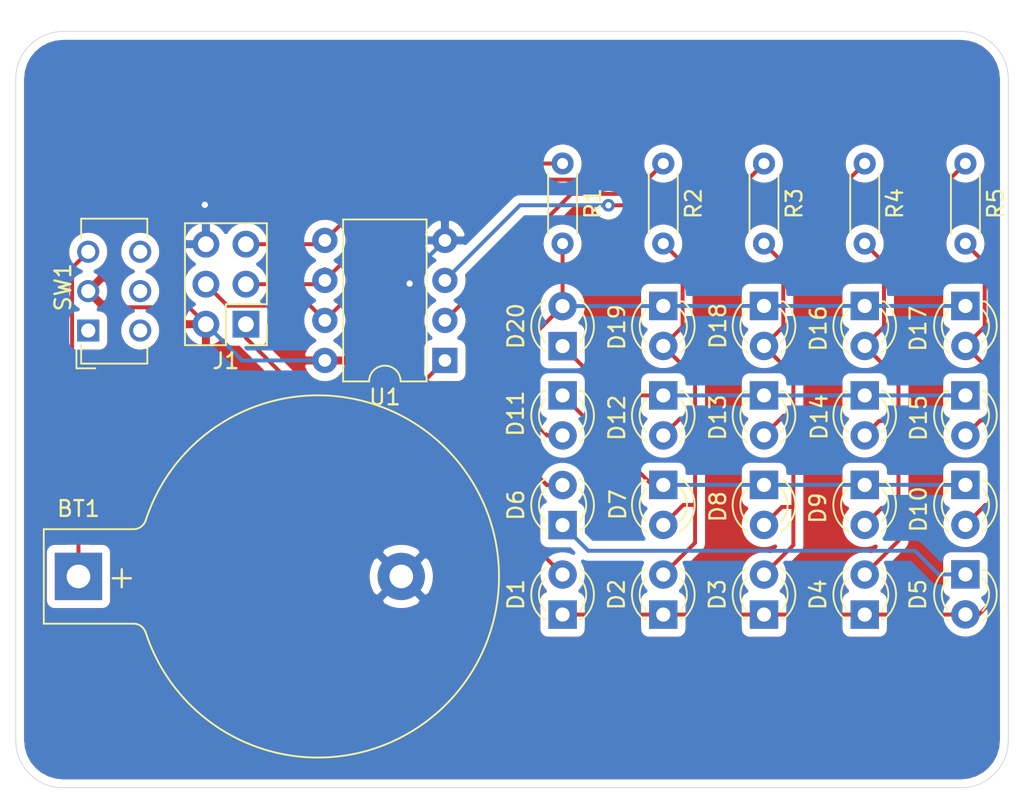
<source format=kicad_pcb>
(kicad_pcb (version 20211014) (generator pcbnew)
  (layers (0 "F.Cu" signal) (31 "B.Cu" signal) (34 "B.Paste" user) (35 "F.Paste" user) (36 "B.SilkS" user "B.Silkscreen") (37 "F.SilkS" user "F.Silkscreen") (38 "B.Mask" user) (39 "F.Mask" user) (44 "Edge.Cuts" user))
  (net 0 "")
  (net 1 "GND")
  (net 2 "Net-(BT1-Pad1)")
  (net 3 "Net-(D1-Pad1)")
  (net 4 "Net-(D1-Pad2)")
  (net 5 "Net-(D12-Pad2)")
  (net 6 "Net-(D13-Pad2)")
  (net 7 "Net-(D14-Pad2)")
  (net 8 "Net-(D5-Pad1)")
  (net 9 "Net-(D10-Pad1)")
  (net 10 "Net-(D12-Pad1)")
  (net 11 "MISO")
  (net 12 "VCC")
  (net 13 "SCK")
  (net 14 "MOSI")
  (net 15 "RST")
  (net 16 "PB3")
  (net 17 "PB4")
  (footprint "LED_THT:LED_D3.0mm" (layer "F.Cu") (at 149.935 115.81 90)
    (fp_text reference "D1" (at 1.27 -2.96 90) (layer "F.SilkS"))
    (fp_text value "LED")
    (fp_line (start -0.29 1.08) (end -0.29 1.236) (layer "F.SilkS") (width 0.12))
    (fp_line (start -0.29 -1.236) (end -0.29 -1.08) (layer "F.SilkS") (width 0.12))
    (fp_arc (start 2.31113 1.079837) (mid 1.270117 1.5) (end 0.229039 1.08) (layer "F.SilkS") (width 0.12))
    (fp_arc (start 2.942335 1.078608) (mid 1.366487 1.987659) (end -0.29 1.235516) (layer "F.SilkS") (width 0.12))
    (fp_arc (start -0.29 -1.235516) (mid 1.366487 -1.987659) (end 2.942335 -1.078608) (layer "F.SilkS") (width 0.12))
    (fp_arc (start 0.229039 -1.08) (mid 1.270117 -1.5) (end 2.31113 -1.079837) (layer "F.SilkS") (width 0.12))
    (pad "1" thru_hole rect (at 0 0 90) (size 1.8 1.8) (drill 0.9) (layers *.Cu *.Mask) (net 3 "Net-(D1-Pad1)"))
    (pad "2" thru_hole circle (at 2.54 0 90) (size 1.8 1.8) (drill 0.9) (layers *.Cu *.Mask) (net 4 "Net-(D1-Pad2)"))
  )
  (footprint "LED_THT:LED_D3.0mm" (layer "F.Cu") (at 156.3275 115.81 90)
    (fp_text reference "D2" (at 1.27 -2.96 90) (layer "F.SilkS"))
    (fp_text value "LED")
    (fp_line (start -0.29 1.08) (end -0.29 1.236) (layer "F.SilkS") (width 0.12))
    (fp_line (start -0.29 -1.236) (end -0.29 -1.08) (layer "F.SilkS") (width 0.12))
    (fp_arc (start 2.942335 1.078608) (mid 1.366487 1.987659) (end -0.29 1.235516) (layer "F.SilkS") (width 0.12))
    (fp_arc (start 0.229039 -1.08) (mid 1.270117 -1.5) (end 2.31113 -1.079837) (layer "F.SilkS") (width 0.12))
    (fp_arc (start -0.29 -1.235516) (mid 1.366487 -1.987659) (end 2.942335 -1.078608) (layer "F.SilkS") (width 0.12))
    (fp_arc (start 2.31113 1.079837) (mid 1.270117 1.5) (end 0.229039 1.08) (layer "F.SilkS") (width 0.12))
    (pad "1" thru_hole rect (at 0 0 90) (size 1.8 1.8) (drill 0.9) (layers *.Cu *.Mask) (net 3 "Net-(D1-Pad1)"))
    (pad "2" thru_hole circle (at 2.54 0 90) (size 1.8 1.8) (drill 0.9) (layers *.Cu *.Mask) (net 5 "Net-(D12-Pad2)"))
  )
  (footprint "LED_THT:LED_D3.0mm" (layer "F.Cu") (at 169.1125 115.81 90)
    (fp_text reference "D4" (at 1.27 -2.96 90) (layer "F.SilkS"))
    (fp_text value "LED")
    (fp_line (start -0.29 1.08) (end -0.29 1.236) (layer "F.SilkS") (width 0.12))
    (fp_line (start -0.29 -1.236) (end -0.29 -1.08) (layer "F.SilkS") (width 0.12))
    (fp_arc (start -0.29 -1.235516) (mid 1.366487 -1.987659) (end 2.942335 -1.078608) (layer "F.SilkS") (width 0.12))
    (fp_arc (start 2.942335 1.078608) (mid 1.366487 1.987659) (end -0.29 1.235516) (layer "F.SilkS") (width 0.12))
    (fp_arc (start 0.229039 -1.08) (mid 1.270117 -1.5) (end 2.31113 -1.079837) (layer "F.SilkS") (width 0.12))
    (fp_arc (start 2.31113 1.079837) (mid 1.270117 1.5) (end 0.229039 1.08) (layer "F.SilkS") (width 0.12))
    (pad "1" thru_hole rect (at 0 0 90) (size 1.8 1.8) (drill 0.9) (layers *.Cu *.Mask) (net 3 "Net-(D1-Pad1)"))
    (pad "2" thru_hole circle (at 2.54 0 90) (size 1.8 1.8) (drill 0.9) (layers *.Cu *.Mask) (net 7 "Net-(D14-Pad2)"))
  )
  (footprint "LED_THT:LED_D3.0mm" (layer "F.Cu") (at 175.505 113.26 -90)
    (fp_text reference "D5" (at 1.28 3.01 90) (layer "F.SilkS"))
    (fp_text value "LED")
    (fp_line (start -0.29 1.08) (end -0.29 1.236) (layer "F.SilkS") (width 0.12))
    (fp_line (start -0.29 -1.236) (end -0.29 -1.08) (layer "F.SilkS") (width 0.12))
    (fp_arc (start 0.229039 -1.08) (mid 1.270117 -1.5) (end 2.31113 -1.079837) (layer "F.SilkS") (width 0.12))
    (fp_arc (start 2.31113 1.079837) (mid 1.270117 1.5) (end 0.229039 1.08) (layer "F.SilkS") (width 0.12))
    (fp_arc (start -0.29 -1.235516) (mid 1.366487 -1.987659) (end 2.942335 -1.078608) (layer "F.SilkS") (width 0.12))
    (fp_arc (start 2.942335 1.078608) (mid 1.366487 1.987659) (end -0.29 1.235516) (layer "F.SilkS") (width 0.12))
    (pad "1" thru_hole rect (at 0 0 270) (size 1.8 1.8) (drill 0.9) (layers *.Cu *.Mask) (net 8 "Net-(D5-Pad1)"))
    (pad "2" thru_hole circle (at 2.54 0 270) (size 1.8 1.8) (drill 0.9) (layers *.Cu *.Mask) (net 3 "Net-(D1-Pad1)"))
  )
  (footprint "LED_THT:LED_D3.0mm" (layer "F.Cu") (at 149.935 110.13 90)
    (fp_text reference "D6" (at 1.27 -2.96 90) (layer "F.SilkS"))
    (fp_text value "LED")
    (fp_line (start -0.29 1.08) (end -0.29 1.236) (layer "F.SilkS") (width 0.12))
    (fp_line (start -0.29 -1.236) (end -0.29 -1.08) (layer "F.SilkS") (width 0.12))
    (fp_arc (start 0.229039 -1.08) (mid 1.270117 -1.5) (end 2.31113 -1.079837) (layer "F.SilkS") (width 0.12))
    (fp_arc (start 2.31113 1.079837) (mid 1.270117 1.5) (end 0.229039 1.08) (layer "F.SilkS") (width 0.12))
    (fp_arc (start -0.29 -1.235516) (mid 1.366487 -1.987659) (end 2.942335 -1.078608) (layer "F.SilkS") (width 0.12))
    (fp_arc (start 2.942335 1.078608) (mid 1.366487 1.987659) (end -0.29 1.235516) (layer "F.SilkS") (width 0.12))
    (pad "1" thru_hole rect (at 0 0 90) (size 1.8 1.8) (drill 0.9) (layers *.Cu *.Mask) (net 8 "Net-(D5-Pad1)"))
    (pad "2" thru_hole circle (at 2.54 0 90) (size 1.8 1.8) (drill 0.9) (layers *.Cu *.Mask) (net 4 "Net-(D1-Pad2)"))
  )
  (footprint "LED_THT:LED_D3.0mm" (layer "F.Cu") (at 156.3275 107.58 -90)
    (fp_text reference "D7" (at 1.25 2.88 90) (layer "F.SilkS"))
    (fp_text value "LED")
    (fp_line (start -0.29 -1.236) (end -0.29 -1.08) (layer "F.SilkS") (width 0.12))
    (fp_line (start -0.29 1.08) (end -0.29 1.236) (layer "F.SilkS") (width 0.12))
    (fp_arc (start 0.229039 -1.08) (mid 1.270117 -1.5) (end 2.31113 -1.079837) (layer "F.SilkS") (width 0.12))
    (fp_arc (start 2.942335 1.078608) (mid 1.366487 1.987659) (end -0.29 1.235516) (layer "F.SilkS") (width 0.12))
    (fp_arc (start 2.31113 1.079837) (mid 1.270117 1.5) (end 0.229039 1.08) (layer "F.SilkS") (width 0.12))
    (fp_arc (start -0.29 -1.235516) (mid 1.366487 -1.987659) (end 2.942335 -1.078608) (layer "F.SilkS") (width 0.12))
    (pad "1" thru_hole rect (at 0 0 270) (size 1.8 1.8) (drill 0.9) (layers *.Cu *.Mask) (net 9 "Net-(D10-Pad1)"))
    (pad "2" thru_hole circle (at 2.54 0 270) (size 1.8 1.8) (drill 0.9) (layers *.Cu *.Mask) (net 5 "Net-(D12-Pad2)"))
  )
  (footprint "LED_THT:LED_D3.0mm" (layer "F.Cu") (at 162.72 107.58 -90)
    (fp_text reference "D8" (at 1.38 2.92 90) (layer "F.SilkS"))
    (fp_text value "LED")
    (fp_line (start -0.29 -1.236) (end -0.29 -1.08) (layer "F.SilkS") (width 0.12))
    (fp_line (start -0.29 1.08) (end -0.29 1.236) (layer "F.SilkS") (width 0.12))
    (fp_arc (start 0.229039 -1.08) (mid 1.270117 -1.5) (end 2.31113 -1.079837) (layer "F.SilkS") (width 0.12))
    (fp_arc (start 2.31113 1.079837) (mid 1.270117 1.5) (end 0.229039 1.08) (layer "F.SilkS") (width 0.12))
    (fp_arc (start -0.29 -1.235516) (mid 1.366487 -1.987659) (end 2.942335 -1.078608) (layer "F.SilkS") (width 0.12))
    (fp_arc (start 2.942335 1.078608) (mid 1.366487 1.987659) (end -0.29 1.235516) (layer "F.SilkS") (width 0.12))
    (pad "1" thru_hole rect (at 0 0 270) (size 1.8 1.8) (drill 0.9) (layers *.Cu *.Mask) (net 9 "Net-(D10-Pad1)"))
    (pad "2" thru_hole circle (at 2.54 0 270) (size 1.8 1.8) (drill 0.9) (layers *.Cu *.Mask) (net 6 "Net-(D13-Pad2)"))
  )
  (footprint "LED_THT:LED_D3.0mm" (layer "F.Cu") (at 169.1125 107.58 -90)
    (fp_text reference "D9" (at 1.47 2.97 90) (layer "F.SilkS"))
    (fp_text value "LED")
    (fp_line (start -0.29 1.08) (end -0.29 1.236) (layer "F.SilkS") (width 0.12))
    (fp_line (start -0.29 -1.236) (end -0.29 -1.08) (layer "F.SilkS") (width 0.12))
    (fp_arc (start -0.29 -1.235516) (mid 1.366487 -1.987659) (end 2.942335 -1.078608) (layer "F.SilkS") (width 0.12))
    (fp_arc (start 2.942335 1.078608) (mid 1.366487 1.987659) (end -0.29 1.235516) (layer "F.SilkS") (width 0.12))
    (fp_arc (start 0.229039 -1.08) (mid 1.270117 -1.5) (end 2.31113 -1.079837) (layer "F.SilkS") (width 0.12))
    (fp_arc (start 2.31113 1.079837) (mid 1.270117 1.5) (end 0.229039 1.08) (layer "F.SilkS") (width 0.12))
    (pad "1" thru_hole rect (at 0 0 270) (size 1.8 1.8) (drill 0.9) (layers *.Cu *.Mask) (net 9 "Net-(D10-Pad1)"))
    (pad "2" thru_hole circle (at 2.54 0 270) (size 1.8 1.8) (drill 0.9) (layers *.Cu *.Mask) (net 7 "Net-(D14-Pad2)"))
  )
  (footprint "LED_THT:LED_D3.0mm" (layer "F.Cu") (at 175.505 107.58 -90)
    (fp_text reference "D10" (at 1.55 2.97 90) (layer "F.SilkS"))
    (fp_text value "LED")
    (fp_line (start -0.29 1.08) (end -0.29 1.236) (layer "F.SilkS") (width 0.12))
    (fp_line (start -0.29 -1.236) (end -0.29 -1.08) (layer "F.SilkS") (width 0.12))
    (fp_arc (start -0.29 -1.235516) (mid 1.366487 -1.987659) (end 2.942335 -1.078608) (layer "F.SilkS") (width 0.12))
    (fp_arc (start 2.31113 1.079837) (mid 1.270117 1.5) (end 0.229039 1.08) (layer "F.SilkS") (width 0.12))
    (fp_arc (start 2.942335 1.078608) (mid 1.366487 1.987659) (end -0.29 1.235516) (layer "F.SilkS") (width 0.12))
    (fp_arc (start 0.229039 -1.08) (mid 1.270117 -1.5) (end 2.31113 -1.079837) (layer "F.SilkS") (width 0.12))
    (pad "1" thru_hole rect (at 0 0 270) (size 1.8 1.8) (drill 0.9) (layers *.Cu *.Mask) (net 9 "Net-(D10-Pad1)"))
    (pad "2" thru_hole circle (at 2.54 0 270) (size 1.8 1.8) (drill 0.9) (layers *.Cu *.Mask) (net 3 "Net-(D1-Pad1)"))
  )
  (footprint "LED_THT:LED_D3.0mm" (layer "F.Cu") (at 149.935 101.9 -90)
    (fp_text reference "D11" (at 1.15 2.98 90) (layer "F.SilkS"))
    (fp_text value "LED")
    (fp_line (start -0.29 -1.236) (end -0.29 -1.08) (layer "F.SilkS") (width 0.12))
    (fp_line (start -0.29 1.08) (end -0.29 1.236) (layer "F.SilkS") (width 0.12))
    (fp_arc (start 0.229039 -1.08) (mid 1.270117 -1.5) (end 2.31113 -1.079837) (layer "F.SilkS") (width 0.12))
    (fp_arc (start 2.31113 1.079837) (mid 1.270117 1.5) (end 0.229039 1.08) (layer "F.SilkS") (width 0.12))
    (fp_arc (start -0.29 -1.235516) (mid 1.366487 -1.987659) (end 2.942335 -1.078608) (layer "F.SilkS") (width 0.12))
    (fp_arc (start 2.942335 1.078608) (mid 1.366487 1.987659) (end -0.29 1.235516) (layer "F.SilkS") (width 0.12))
    (pad "1" thru_hole rect (at 0 0 270) (size 1.8 1.8) (drill 0.9) (layers *.Cu *.Mask) (net 9 "Net-(D10-Pad1)"))
    (pad "2" thru_hole circle (at 2.54 0 270) (size 1.8 1.8) (drill 0.9) (layers *.Cu *.Mask) (net 4 "Net-(D1-Pad2)"))
  )
  (footprint "LED_THT:LED_D3.0mm" (layer "F.Cu") (at 156.3275 101.9 -90)
    (fp_text reference "D12" (at 1.42 2.94 90) (layer "F.SilkS"))
    (fp_text value "LED")
    (fp_line (start -0.29 -1.236) (end -0.29 -1.08) (layer "F.SilkS") (width 0.12))
    (fp_line (start -0.29 1.08) (end -0.29 1.236) (layer "F.SilkS") (width 0.12))
    (fp_arc (start 0.229039 -1.08) (mid 1.270117 -1.5) (end 2.31113 -1.079837) (layer "F.SilkS") (width 0.12))
    (fp_arc (start 2.942335 1.078608) (mid 1.366487 1.987659) (end -0.29 1.235516) (layer "F.SilkS") (width 0.12))
    (fp_arc (start 2.31113 1.079837) (mid 1.270117 1.5) (end 0.229039 1.08) (layer "F.SilkS") (width 0.12))
    (fp_arc (start -0.29 -1.235516) (mid 1.366487 -1.987659) (end 2.942335 -1.078608) (layer "F.SilkS") (width 0.12))
    (pad "1" thru_hole rect (at 0 0 270) (size 1.8 1.8) (drill 0.9) (layers *.Cu *.Mask) (net 10 "Net-(D12-Pad1)"))
    (pad "2" thru_hole circle (at 2.54 0 270) (size 1.8 1.8) (drill 0.9) (layers *.Cu *.Mask) (net 5 "Net-(D12-Pad2)"))
  )
  (footprint "LED_THT:LED_D3.0mm" (layer "F.Cu") (at 162.72 101.9 -90)
    (fp_text reference "D13" (at 1.4 2.93 90) (layer "F.SilkS"))
    (fp_text value "LED")
    (fp_line (start -0.29 1.08) (end -0.29 1.236) (layer "F.SilkS") (width 0.12))
    (fp_line (start -0.29 -1.236) (end -0.29 -1.08) (layer "F.SilkS") (width 0.12))
    (fp_arc (start -0.29 -1.235516) (mid 1.366487 -1.987659) (end 2.942335 -1.078608) (layer "F.SilkS") (width 0.12))
    (fp_arc (start 0.229039 -1.08) (mid 1.270117 -1.5) (end 2.31113 -1.079837) (layer "F.SilkS") (width 0.12))
    (fp_arc (start 2.942335 1.078608) (mid 1.366487 1.987659) (end -0.29 1.235516) (layer "F.SilkS") (width 0.12))
    (fp_arc (start 2.31113 1.079837) (mid 1.270117 1.5) (end 0.229039 1.08) (layer "F.SilkS") (width 0.12))
    (pad "1" thru_hole rect (at 0 0 270) (size 1.8 1.8) (drill 0.9) (layers *.Cu *.Mask) (net 10 "Net-(D12-Pad1)"))
    (pad "2" thru_hole circle (at 2.54 0 270) (size 1.8 1.8) (drill 0.9) (layers *.Cu *.Mask) (net 6 "Net-(D13-Pad2)"))
  )
  (footprint "LED_THT:LED_D3.0mm" (layer "F.Cu") (at 169.1125 101.9 -90)
    (fp_text reference "D14" (at 1.37 2.88 90) (layer "F.SilkS"))
    (fp_text value "LED")
    (fp_line (start -0.29 1.08) (end -0.29 1.236) (layer "F.SilkS") (width 0.12))
    (fp_line (start -0.29 -1.236) (end -0.29 -1.08) (layer "F.SilkS") (width 0.12))
    (fp_arc (start 0.229039 -1.08) (mid 1.270117 -1.5) (end 2.31113 -1.079837) (layer "F.SilkS") (width 0.12))
    (fp_arc (start 2.31113 1.079837) (mid 1.270117 1.5) (end 0.229039 1.08) (layer "F.SilkS") (width 0.12))
    (fp_arc (start -0.29 -1.235516) (mid 1.366487 -1.987659) (end 2.942335 -1.078608) (layer "F.SilkS") (width 0.12))
    (fp_arc (start 2.942335 1.078608) (mid 1.366487 1.987659) (end -0.29 1.235516) (layer "F.SilkS") (width 0.12))
    (pad "1" thru_hole rect (at 0 0 270) (size 1.8 1.8) (drill 0.9) (layers *.Cu *.Mask) (net 10 "Net-(D12-Pad1)"))
    (pad "2" thru_hole circle (at 2.54 0 270) (size 1.8 1.8) (drill 0.9) (layers *.Cu *.Mask) (net 7 "Net-(D14-Pad2)"))
  )
  (footprint "LED_THT:LED_D3.0mm" (layer "F.Cu") (at 175.505 101.9 -90)
    (fp_text reference "D15" (at 1.43 2.97 90) (layer "F.SilkS"))
    (fp_text value "LED")
    (fp_line (start -0.29 -1.236) (end -0.29 -1.08) (layer "F.SilkS") (width 0.12))
    (fp_line (start -0.29 1.08) (end -0.29 1.236) (layer "F.SilkS") (width 0.12))
    (fp_arc (start 2.31113 1.079837) (mid 1.270117 1.5) (end 0.229039 1.08) (layer "F.SilkS") (width 0.12))
    (fp_arc (start 2.942335 1.078608) (mid 1.366487 1.987659) (end -0.29 1.235516) (layer "F.SilkS") (width 0.12))
    (fp_arc (start 0.229039 -1.08) (mid 1.270117 -1.5) (end 2.31113 -1.079837) (layer "F.SilkS") (width 0.12))
    (fp_arc (start -0.29 -1.235516) (mid 1.366487 -1.987659) (end 2.942335 -1.078608) (layer "F.SilkS") (width 0.12))
    (pad "1" thru_hole rect (at 0 0 270) (size 1.8 1.8) (drill 0.9) (layers *.Cu *.Mask) (net 10 "Net-(D12-Pad1)"))
    (pad "2" thru_hole circle (at 2.54 0 270) (size 1.8 1.8) (drill 0.9) (layers *.Cu *.Mask) (net 3 "Net-(D1-Pad1)"))
  )
  (footprint "LED_THT:LED_D3.0mm" (layer "F.Cu") (at 169.1125 96.22 -90)
    (fp_text reference "D16" (at 1.43 2.94 90) (layer "F.SilkS"))
    (fp_text value "LED")
    (fp_line (start -0.29 -1.236) (end -0.29 -1.08) (layer "F.SilkS") (width 0.12))
    (fp_line (start -0.29 1.08) (end -0.29 1.236) (layer "F.SilkS") (width 0.12))
    (fp_arc (start 2.31113 1.079837) (mid 1.270117 1.5) (end 0.229039 1.08) (layer "F.SilkS") (width 0.12))
    (fp_arc (start -0.29 -1.235516) (mid 1.366487 -1.987659) (end 2.942335 -1.078608) (layer "F.SilkS") (width 0.12))
    (fp_arc (start 2.942335 1.078608) (mid 1.366487 1.987659) (end -0.29 1.235516) (layer "F.SilkS") (width 0.12))
    (fp_arc (start 0.229039 -1.08) (mid 1.270117 -1.5) (end 2.31113 -1.079837) (layer "F.SilkS") (width 0.12))
    (pad "1" thru_hole rect (at 0 0 270) (size 1.8 1.8) (drill 0.9) (layers *.Cu *.Mask) (net 4 "Net-(D1-Pad2)"))
    (pad "2" thru_hole circle (at 2.54 0 270) (size 1.8 1.8) (drill 0.9) (layers *.Cu *.Mask) (net 7 "Net-(D14-Pad2)"))
  )
  (footprint "LED_THT:LED_D3.0mm" (layer "F.Cu") (at 175.505 96.22 -90)
    (fp_text reference "D17" (at 1.44 3 90) (layer "F.SilkS"))
    (fp_text value "LED")
    (fp_line (start -0.29 1.08) (end -0.29 1.236) (layer "F.SilkS") (width 0.12))
    (fp_line (start -0.29 -1.236) (end -0.29 -1.08) (layer "F.SilkS") (width 0.12))
    (fp_arc (start -0.29 -1.235516) (mid 1.366487 -1.987659) (end 2.942335 -1.078608) (layer "F.SilkS") (width 0.12))
    (fp_arc (start 0.229039 -1.08) (mid 1.270117 -1.5) (end 2.31113 -1.079837) (layer "F.SilkS") (width 0.12))
    (fp_arc (start 2.942335 1.078608) (mid 1.366487 1.987659) (end -0.29 1.235516) (layer "F.SilkS") (width 0.12))
    (fp_arc (start 2.31113 1.079837) (mid 1.270117 1.5) (end 0.229039 1.08) (layer "F.SilkS") (width 0.12))
    (pad "1" thru_hole rect (at 0 0 270) (size 1.8 1.8) (drill 0.9) (layers *.Cu *.Mask) (net 4 "Net-(D1-Pad2)"))
    (pad "2" thru_hole circle (at 2.54 0 270) (size 1.8 1.8) (drill 0.9) (layers *.Cu *.Mask) (net 3 "Net-(D1-Pad1)"))
  )
  (footprint "LED_THT:LED_D3.0mm" (layer "F.Cu") (at 162.72 96.22 -90)
    (fp_text reference "D18" (at 1.27 2.92 90) (layer "F.SilkS"))
    (fp_text value "LED")
    (fp_line (start -0.29 -1.236) (end -0.29 -1.08) (layer "F.SilkS") (width 0.12))
    (fp_line (start -0.29 1.08) (end -0.29 1.236) (layer "F.SilkS") (width 0.12))
    (fp_arc (start 2.31113 1.079837) (mid 1.270117 1.5) (end 0.229039 1.08) (layer "F.SilkS") (width 0.12))
    (fp_arc (start 0.229039 -1.08) (mid 1.270117 -1.5) (end 2.31113 -1.079837) (layer "F.SilkS") (width 0.12))
    (fp_arc (start 2.942335 1.078608) (mid 1.366487 1.987659) (end -0.29 1.235516) (layer "F.SilkS") (width 0.12))
    (fp_arc (start -0.29 -1.235516) (mid 1.366487 -1.987659) (end 2.942335 -1.078608) (layer "F.SilkS") (width 0.12))
    (pad "1" thru_hole rect (at 0 0 270) (size 1.8 1.8) (drill 0.9) (layers *.Cu *.Mask) (net 4 "Net-(D1-Pad2)"))
    (pad "2" thru_hole circle (at 2.54 0 270) (size 1.8 1.8) (drill 0.9) (layers *.Cu *.Mask) (net 6 "Net-(D13-Pad2)"))
  )
  (footprint "LED_THT:LED_D3.0mm" (layer "F.Cu") (at 156.3275 96.22 -90)
    (fp_text reference "D19" (at 1.35 2.94 90) (layer "F.SilkS"))
    (fp_text value "LED")
    (fp_line (start -0.29 -1.236) (end -0.29 -1.08) (layer "F.SilkS") (width 0.12))
    (fp_line (start -0.29 1.08) (end -0.29 1.236) (layer "F.SilkS") (width 0.12))
    (fp_arc (start 2.31113 1.079837) (mid 1.270117 1.5) (end 0.229039 1.08) (layer "F.SilkS") (width 0.12))
    (fp_arc (start 0.229039 -1.08) (mid 1.270117 -1.5) (end 2.31113 -1.079837) (layer "F.SilkS") (width 0.12))
    (fp_arc (start 2.942335 1.078608) (mid 1.366487 1.987659) (end -0.29 1.235516) (layer "F.SilkS") (width 0.12))
    (fp_arc (start -0.29 -1.235516) (mid 1.366487 -1.987659) (end 2.942335 -1.078608) (layer "F.SilkS") (width 0.12))
    (pad "1" thru_hole rect (at 0 0 270) (size 1.8 1.8) (drill 0.9) (layers *.Cu *.Mask) (net 4 "Net-(D1-Pad2)"))
    (pad "2" thru_hole circle (at 2.54 0 270) (size 1.8 1.8) (drill 0.9) (layers *.Cu *.Mask) (net 5 "Net-(D12-Pad2)"))
  )
  (footprint "LED_THT:LED_D3.0mm" (layer "F.Cu") (at 149.935 98.77 90)
    (fp_text reference "D20" (at 1.27 -2.96 90) (layer "F.SilkS"))
    (fp_text value "LED")
    (fp_line (start -0.29 -1.236) (end -0.29 -1.08) (layer "F.SilkS") (width 0.12))
    (fp_line (start -0.29 1.08) (end -0.29 1.236) (layer "F.SilkS") (width 0.12))
    (fp_arc (start 0.229039 -1.08) (mid 1.270117 -1.5) (end 2.31113 -1.079837) (layer "F.SilkS") (width 0.12))
    (fp_arc (start 2.942335 1.078608) (mid 1.366487 1.987659) (end -0.29 1.235516) (layer "F.SilkS") (width 0.12))
    (fp_arc (start 2.31113 1.079837) (mid 1.270117 1.5) (end 0.229039 1.08) (layer "F.SilkS") (width 0.12))
    (fp_arc (start -0.29 -1.235516) (mid 1.366487 -1.987659) (end 2.942335 -1.078608) (layer "F.SilkS") (width 0.12))
    (pad "1" thru_hole rect (at 0 0 90) (size 1.8 1.8) (drill 0.9) (layers *.Cu *.Mask) (net 10 "Net-(D12-Pad1)"))
    (pad "2" thru_hole circle (at 2.54 0 90) (size 1.8 1.8) (drill 0.9) (layers *.Cu *.Mask) (net 4 "Net-(D1-Pad2)"))
  )
  (footprint "Resistor_THT:R_Axial_DIN0204_L3.6mm_D1.6mm_P5.08mm_Horizontal" (layer "F.Cu") (at 149.935 87.18 -90)
    (fp_text reference "R1" (at 2.54 -1.92 90) (layer "F.SilkS"))
    (fp_text value "100")
    (fp_line (start 0.62 0.92) (end 4.46 0.92) (layer "F.SilkS") (width 0.12))
    (fp_line (start 0.62 -0.92) (end 4.46 -0.92) (layer "F.SilkS") (width 0.12))
    (pad "1" thru_hole circle (at 0 0 270) (size 1.4 1.4) (drill 0.7) (layers *.Cu *.Mask) (net 14 "MOSI"))
    (pad "2" thru_hole oval (at 5.08 0 270) (size 1.4 1.4) (drill 0.7) (layers *.Cu *.Mask) (net 4 "Net-(D1-Pad2)"))
  )
  (footprint "Resistor_THT:R_Axial_DIN0204_L3.6mm_D1.6mm_P5.08mm_Horizontal" (layer "F.Cu") (at 156.3275 87.18 -90)
    (fp_text reference "R2" (at 2.54 -1.92 90) (layer "F.SilkS"))
    (fp_text value "100")
    (fp_line (start 0.62 0.92) (end 4.46 0.92) (layer "F.SilkS") (width 0.12))
    (fp_line (start 0.62 -0.92) (end 4.46 -0.92) (layer "F.SilkS") (width 0.12))
    (pad "1" thru_hole circle (at 0 0 270) (size 1.4 1.4) (drill 0.7) (layers *.Cu *.Mask) (net 11 "MISO"))
    (pad "2" thru_hole oval (at 5.08 0 270) (size 1.4 1.4) (drill 0.7) (layers *.Cu *.Mask) (net 5 "Net-(D12-Pad2)"))
  )
  (footprint "Resistor_THT:R_Axial_DIN0204_L3.6mm_D1.6mm_P5.08mm_Horizontal" (layer "F.Cu") (at 162.72 87.18 -90)
    (fp_text reference "R3" (at 2.54 -1.92 90) (layer "F.SilkS"))
    (fp_text value "100")
    (fp_line (start 0.62 -0.92) (end 4.46 -0.92) (layer "F.SilkS") (width 0.12))
    (fp_line (start 0.62 0.92) (end 4.46 0.92) (layer "F.SilkS") (width 0.12))
    (pad "1" thru_hole circle (at 0 0 270) (size 1.4 1.4) (drill 0.7) (layers *.Cu *.Mask) (net 13 "SCK"))
    (pad "2" thru_hole oval (at 5.08 0 270) (size 1.4 1.4) (drill 0.7) (layers *.Cu *.Mask) (net 6 "Net-(D13-Pad2)"))
  )
  (footprint "Resistor_THT:R_Axial_DIN0204_L3.6mm_D1.6mm_P5.08mm_Horizontal" (layer "F.Cu") (at 169.1125 87.18 -90)
    (fp_text reference "R4" (at 2.54 -1.92 90) (layer "F.SilkS"))
    (fp_text value "100")
    (fp_line (start 0.62 0.92) (end 4.46 0.92) (layer "F.SilkS") (width 0.12))
    (fp_line (start 0.62 -0.92) (end 4.46 -0.92) (layer "F.SilkS") (width 0.12))
    (pad "1" thru_hole circle (at 0 0 270) (size 1.4 1.4) (drill 0.7) (layers *.Cu *.Mask) (net 16 "PB3"))
    (pad "2" thru_hole oval (at 5.08 0 270) (size 1.4 1.4) (drill 0.7) (layers *.Cu *.Mask) (net 7 "Net-(D14-Pad2)"))
  )
  (footprint "Resistor_THT:R_Axial_DIN0204_L3.6mm_D1.6mm_P5.08mm_Horizontal" (layer "F.Cu") (at 175.505 87.18 -90)
    (fp_text reference "R5" (at 2.54 -1.92 90) (layer "F.SilkS"))
    (fp_text value "100")
    (fp_line (start 0.62 -0.92) (end 4.46 -0.92) (layer "F.SilkS") (width 0.12))
    (fp_line (start 0.62 0.92) (end 4.46 0.92) (layer "F.SilkS") (width 0.12))
    (pad "1" thru_hole circle (at 0 0 270) (size 1.4 1.4) (drill 0.7) (layers *.Cu *.Mask) (net 17 "PB4"))
    (pad "2" thru_hole oval (at 5.08 0 270) (size 1.4 1.4) (drill 0.7) (layers *.Cu *.Mask) (net 3 "Net-(D1-Pad1)"))
  )
  (footprint "Button_Switch_THT:SW_CuK_JS202011CQN_DPDT_Straight" (layer "F.Cu") (at 119.825 97.78 90)
    (fp_text reference "SW1" (at 2.75 -1.6 90) (layer "F.SilkS"))
    (fp_text value "SWITCH")
    (fp_line (start -2.1 -0.45) (end -2.1 3.75) (layer "F.SilkS") (width 0.12))
    (fp_line (start -2.4 -0.75) (end -2.4 0.45) (layer "F.SilkS") (width 0.12))
    (fp_line (start -0.9 -0.45) (end -2.1 -0.45) (layer "F.SilkS") (width 0.12))
    (fp_line (start -1.2 -0.75) (end -2.4 -0.75) (layer "F.SilkS") (width 0.12))
    (fp_line (start 5.9 -0.45) (end 7.1 -0.45) (layer "F.SilkS") (width 0.12))
    (fp_line (start 7.1 3.75) (end 5.9 3.75) (layer "F.SilkS") (width 0.12))
    (fp_line (start 7.1 -0.45) (end 7.1 3.75) (layer "F.SilkS") (width 0.12))
    (fp_line (start -2.1 3.75) (end -0.9 3.75) (layer "F.SilkS") (width 0.12))
    (pad "1" thru_hole rect (at 0 0 90) (size 1.4 1.4) (drill 0.9) (layers *.Cu *.Mask))
    (pad "2" thru_hole circle (at 2.5 0 90) (size 1.4 1.4) (drill 0.9) (layers *.Cu *.Mask) (net 12 "VCC"))
    (pad "3" thru_hole circle (at 5 0 90) (size 1.4 1.4) (drill 0.9) (layers *.Cu *.Mask) (net 2 "Net-(BT1-Pad1)"))
    (pad "4" thru_hole circle (at 0 3.3 90) (size 1.4 1.4) (drill 0.9) (layers *.Cu *.Mask))
    (pad "5" thru_hole circle (at 2.5 3.3 90) (size 1.4 1.4) (drill 0.9) (layers *.Cu *.Mask))
    (pad "6" thru_hole circle (at 5 3.3 90) (size 1.4 1.4) (drill 0.9) (layers *.Cu *.Mask))
  )
  (footprint "Package_DIP:DIP-8_W7.62mm" (layer "F.Cu") (at 142.465 99.68 180)
    (fp_text reference "U1" (at 3.81 -2.33) (layer "F.SilkS"))
    (fp_text value "ATtiny85-20PU")
    (fp_line (start 6.46 -1.33) (end 4.81 -1.33) (layer "F.SilkS") (width 0.12))
    (fp_line (start 6.46 8.95) (end 6.46 -1.33) (layer "F.SilkS") (width 0.12))
    (fp_line (start 2.81 -1.33) (end 1.16 -1.33) (layer "F.SilkS") (width 0.12))
    (fp_line (start 1.16 8.95) (end 6.46 8.95) (layer "F.SilkS") (width 0.12))
    (fp_line (start 1.16 -1.33) (end 1.16 8.95) (layer "F.SilkS") (width 0.12))
    (fp_arc (start 4.81 -1.33) (mid 3.81 -0.33) (end 2.81 -1.33) (layer "F.SilkS") (width 0.12))
    (pad "1" thru_hole rect (at 0 0 180) (size 1.6 1.6) (drill 0.8) (layers *.Cu *.Mask) (net 15 "RST"))
    (pad "2" thru_hole oval (at 0 2.54 180) (size 1.6 1.6) (drill 0.8) (layers *.Cu *.Mask) (net 16 "PB3"))
    (pad "3" thru_hole oval (at 0 5.08 180) (size 1.6 1.6) (drill 0.8) (layers *.Cu *.Mask) (net 17 "PB4"))
    (pad "4" thru_hole oval (at 0 7.62 180) (size 1.6 1.6) (drill 0.8) (layers *.Cu *.Mask) (net 1 "GND"))
    (pad "5" thru_hole oval (at 7.62 7.62 180) (size 1.6 1.6) (drill 0.8) (layers *.Cu *.Mask) (net 14 "MOSI"))
    (pad "6" thru_hole oval (at 7.62 5.08 180) (size 1.6 1.6) (drill 0.8) (layers *.Cu *.Mask) (net 11 "MISO"))
    (pad "7" thru_hole oval (at 7.62 2.54 180) (size 1.6 1.6) (drill 0.8) (layers *.Cu *.Mask) (net 13 "SCK"))
    (pad "8" thru_hole oval (at 7.62 0 180) (size 1.6 1.6) (drill 0.8) (layers *.Cu *.Mask) (net 12 "VCC"))
  )
  (footprint "LED_THT:LED_D3.0mm" (layer "F.Cu") (at 162.72 115.81 90)
    (fp_text reference "D3" (at 1.27 -2.96 90) (layer "F.SilkS"))
    (fp_text value "LED")
    (fp_line (start -0.29 -1.236) (end -0.29 -1.08) (layer "F.SilkS") (width 0.12))
    (fp_line (start -0.29 1.08) (end -0.29 1.236) (layer "F.SilkS") (width 0.12))
    (fp_arc (start 0.229039 -1.08) (mid 1.270117 -1.5) (end 2.31113 -1.079837) (layer "F.SilkS") (width 0.12))
    (fp_arc (start 2.942335 1.078608) (mid 1.366487 1.987659) (end -0.29 1.235516) (layer "F.SilkS") (width 0.12))
    (fp_arc (start 2.31113 1.079837) (mid 1.270117 1.5) (end 0.229039 1.08) (layer "F.SilkS") (width 0.12))
    (fp_arc (start -0.29 -1.235516) (mid 1.366487 -1.987659) (end 2.942335 -1.078608) (layer "F.SilkS") (width 0.12))
    (pad "1" thru_hole rect (at 0 0 90) (size 1.8 1.8) (drill 0.9) (layers *.Cu *.Mask) (net 3 "Net-(D1-Pad1)"))
    (pad "2" thru_hole circle (at 2.54 0 90) (size 1.8 1.8) (drill 0.9) (layers *.Cu *.Mask) (net 6 "Net-(D13-Pad2)"))
  )
  (footprint "Connector_PinHeader_2.54mm:PinHeader_2x03_P2.54mm_Vertical" (layer "F.Cu") (at 129.835 97.38 180)
    (fp_text reference "J1" (at 1.27 -2.33) (layer "F.SilkS"))
    (fp_text value "CONNECTOR")
    (fp_line (start 1.27 -1.33) (end 3.87 -1.33) (layer "F.SilkS") (width 0.12))
    (fp_line (start -1.33 -1.33) (end 0 -1.33) (layer "F.SilkS") (width 0.12))
    (fp_line (start -1.33 1.27) (end 1.27 1.27) (layer "F.SilkS") (width 0.12))
    (fp_line (start 1.27 1.27) (end 1.27 -1.33) (layer "F.SilkS") (width 0.12))
    (fp_line (start -1.33 0) (end -1.33 -1.33) (layer "F.SilkS") (width 0.12))
    (fp_line (start 3.87 -1.33) (end 3.87 6.41) (layer "F.SilkS") (width 0.12))
    (fp_line (start -1.33 1.27) (end -1.33 6.41) (layer "F.SilkS") (width 0.12))
    (fp_line (start -1.33 6.41) (end 3.87 6.41) (layer "F.SilkS") (width 0.12))
    (pad "1" thru_hole rect (at 0 0 180) (size 1.7 1.7) (drill 1) (layers *.Cu *.Mask) (net 15 "RST"))
    (pad "2" thru_hole oval (at 2.54 0 180) (size 1.7 1.7) (drill 1) (layers *.Cu *.Mask) (net 12 "VCC"))
    (pad "3" thru_hole oval (at 0 2.54 180) (size 1.7 1.7) (drill 1) (layers *.Cu *.Mask) (net 11 "MISO"))
    (pad "4" thru_hole oval (at 2.54 2.54 180) (size 1.7 1.7) (drill 1) (layers *.Cu *.Mask) (net 13 "SCK"))
    (pad "5" thru_hole oval (at 0 5.08 180) (size 1.7 1.7) (drill 1) (layers *.Cu *.Mask) (net 14 "MOSI"))
    (pad "6" thru_hole oval (at 2.54 5.08 180) (size 1.7 1.7) (drill 1) (layers *.Cu *.Mask) (net 1 "GND"))
  )
  (footprint "Battery:BatteryHolder_Keystone_103_1x20mm" (layer "F.Cu") (at 119.205 113.39)
    (fp_text reference "BT1" (at 0 -4.3) (layer "F.SilkS"))
    (fp_text value "BATTERY")
    (fp_text user "+" (at 2.75 0) (layer "F.SilkS") (effects (font (size 1.5 1.5))))
    (fp_line (start -2.2 3) (end -2.2 -3) (layer "F.SilkS") (width 0.12))
    (fp_line (start -2.2 -3) (end 3.5 -3) (layer "F.SilkS") (width 0.12))
    (fp_line (start -2.2 3) (end 3.5 3) (layer "F.SilkS") (width 0.12))
    (fp_arc (start 4.251754 -3.526384) (mid 3.958861 -3.144678) (end 3.5 -3) (layer "F.SilkS") (width 0.12))
    (fp_arc (start 3.5 3) (mid 3.958861 3.144678) (end 4.251754 3.526384) (layer "F.SilkS") (width 0.12))
    (fp_arc (start 26.695671 -0.045281) (mid 16.993514 11.354989) (end 4.25 3.5) (layer "F.SilkS") (width 0.12))
    (fp_arc (start 4.25 -3.5) (mid 16.993514 -11.35499) (end 26.695671 0.045281) (layer "F.SilkS") (width 0.12))
    (pad "1" thru_hole rect (at 0 0) (size 3 3) (drill 1.5) (layers *.Cu *.Mask) (net 2 "Net-(BT1-Pad1)"))
    (pad "2" thru_hole circle (at 20.49 0) (size 3 3) (drill 1.5) (layers *.Cu *.Mask) (net 1 "GND"))
  )
  (gr_line (start 115.225 123.8) (end 115.225 81.8) (layer "Edge.Cuts") (width 0.05))
  (gr_line (start 118.225 78.8) (end 175.225 78.8) (layer "Edge.Cuts") (width 0.05))
  (gr_line (start 178.225 81.8) (end 178.225 123.8) (layer "Edge.Cuts") (width 0.05))
  (gr_line (start 175.225 126.8) (end 118.225 126.8) (layer "Edge.Cuts") (width 0.05))
  (gr_arc (start 118.225 126.8) (mid 116.10368 125.92132) (end 115.225 123.8) (layer "Edge.Cuts") (width 0.05))
  (gr_arc (start 115.225 81.8) (mid 116.10368 79.67868) (end 118.225 78.8) (layer "Edge.Cuts") (width 0.05))
  (gr_arc (start 178.225 123.8) (mid 177.34632 125.92132) (end 175.225 126.8) (layer "Edge.Cuts") (width 0.05))
  (gr_arc (start 175.225 78.8) (mid 177.34632 79.67868) (end 178.225 81.8) (layer "Edge.Cuts") (width 0.05))
  (via (at 140.225 94.8) (size 0.8) (drill 0.4) (layers "F.Cu" "B.Cu") (net 1))
  (via (at 127.225 89.8) (size 0.8) (drill 0.4) (layers "F.Cu" "B.Cu") (net 1))
  (segment (start 127.295 92.3) (end 127.295 89.87) (width 0.25) (layer "B.Cu") (net 1))
  (segment (start 142.465 92.06) (end 140.225 94.3) (width 0.25) (layer "B.Cu") (net 1))
  (segment (start 140.225 94.3) (end 140.225 94.8) (width 0.25) (layer "B.Cu") (net 1))
  (segment (start 127.295 89.87) (end 127.225 89.8) (width 0.25) (layer "B.Cu") (net 1))
  (segment (start 119.205 113.39) (end 119.205 105.48) (width 0.25) (layer "F.Cu") (net 2))
  (segment (start 118.799999 93.805001) (end 119.825 92.78) (width 0.25) (layer "F.Cu") (net 2))
  (segment (start 119.205 113.39) (end 118.799999 112.984999) (width 0.25) (layer "F.Cu") (net 2))
  (segment (start 118.799999 105.074999) (end 118.799999 93.805001) (width 0.25) (layer "F.Cu") (net 2))
  (segment (start 119.205 105.48) (end 118.799999 105.074999) (width 0.25) (layer "F.Cu") (net 2))
  (segment (start 176.765 108.86) (end 177.405 108.86) (width 0.25) (layer "F.Cu") (net 3))
  (segment (start 169.1125 115.81) (end 175.495 115.81) (width 0.25) (layer "F.Cu") (net 3))
  (segment (start 175.495 115.81) (end 175.505 115.8) (width 0.25) (layer "F.Cu") (net 3))
  (segment (start 176.730001 93.485001) (end 175.505 92.26) (width 0.25) (layer "F.Cu") (net 3))
  (segment (start 175.505 110.12) (end 176.765 108.86) (width 0.25) (layer "F.Cu") (net 3))
  (segment (start 175.505 98.76) (end 176.730001 97.534999) (width 0.25) (layer "F.Cu") (net 3))
  (segment (start 176.730001 97.534999) (end 176.730001 93.485001) (width 0.25) (layer "F.Cu") (net 3))
  (segment (start 176.465 103.48) (end 177.405 103.48) (width 0.25) (layer "F.Cu") (net 3))
  (segment (start 177.405 114.76) (end 177.405 108.86) (width 0.25) (layer "F.Cu") (net 3))
  (segment (start 177.405 108.86) (end 177.405 103.48) (width 0.25) (layer "F.Cu") (net 3))
  (segment (start 176.365 115.8) (end 177.405 114.76) (width 0.25) (layer "F.Cu") (net 3))
  (segment (start 156.3275 115.81) (end 162.72 115.81) (width 0.25) (layer "F.Cu") (net 3))
  (segment (start 177.405 100.66) (end 175.505 98.76) (width 0.25) (layer "F.Cu") (net 3))
  (segment (start 177.405 103.48) (end 177.405 100.66) (width 0.25) (layer "F.Cu") (net 3))
  (segment (start 162.72 115.81) (end 169.1125 115.81) (width 0.25) (layer "F.Cu") (net 3))
  (segment (start 149.935 115.81) (end 156.3275 115.81) (width 0.25) (layer "F.Cu") (net 3))
  (segment (start 175.505 115.8) (end 176.365 115.8) (width 0.25) (layer "F.Cu") (net 3))
  (segment (start 175.505 104.44) (end 176.465 103.48) (width 0.25) (layer "F.Cu") (net 3))
  (segment (start 148.115 111.45) (end 148.115 106.77) (width 0.25) (layer "F.Cu") (net 4))
  (segment (start 148.115 98.05) (end 149.935 96.23) (width 0.25) (layer "F.Cu") (net 4))
  (segment (start 149.935 107.59) (end 148.935 107.59) (width 0.25) (layer "F.Cu") (net 4))
  (segment (start 149.935 96.23) (end 149.935 92.26) (width 0.25) (layer "F.Cu") (net 4))
  (segment (start 148.965 104.44) (end 148.115 103.59) (width 0.25) (layer "F.Cu") (net 4))
  (segment (start 148.115 106.77) (end 148.115 103.59) (width 0.25) (layer "F.Cu") (net 4))
  (segment (start 149.935 104.44) (end 148.965 104.44) (width 0.25) (layer "F.Cu") (net 4))
  (segment (start 148.935 107.59) (end 148.115 106.77) (width 0.25) (layer "F.Cu") (net 4))
  (segment (start 148.115 103.59) (end 148.115 98.05) (width 0.25) (layer "F.Cu") (net 4))
  (segment (start 149.935 113.27) (end 148.115 111.45) (width 0.25) (layer "F.Cu") (net 4))
  (segment (start 149.935 96.23) (end 156.3175 96.23) (width 0.25) (layer "B.Cu") (net 4))
  (segment (start 162.72 96.22) (end 169.1125 96.22) (width 0.25) (layer "B.Cu") (net 4))
  (segment (start 156.3175 96.23) (end 156.3275 96.22) (width 0.25) (layer "B.Cu") (net 4))
  (segment (start 156.3275 96.22) (end 162.72 96.22) (width 0.25) (layer "B.Cu") (net 4))
  (segment (start 175.505 96.22) (end 169.1125 96.22) (width 0.25) (layer "B.Cu") (net 4))
  (segment (start 156.3275 110.12) (end 157.5975 108.85) (width 0.25) (layer "F.Cu") (net 5))
  (segment (start 156.3275 104.44) (end 157.3975 103.37) (width 0.25) (layer "F.Cu") (net 5))
  (segment (start 158.345 100.7775) (end 156.3275 98.76) (width 0.25) (layer "F.Cu") (net 5))
  (segment (start 158.345 111.2525) (end 158.345 108.85) (width 0.25) (layer "F.Cu") (net 5))
  (segment (start 156.3275 98.76) (end 157.552501 97.534999) (width 0.25) (layer "F.Cu") (net 5))
  (segment (start 158.345 108.85) (end 158.345 103.37) (width 0.25) (layer "F.Cu") (net 5))
  (segment (start 158.345 103.37) (end 158.345 100.7775) (width 0.25) (layer "F.Cu") (net 5))
  (segment (start 156.3275 113.27) (end 158.345 111.2525) (width 0.25) (layer "F.Cu") (net 5))
  (segment (start 157.552501 97.534999) (end 157.552501 93.485001) (width 0.25) (layer "F.Cu") (net 5))
  (segment (start 157.5975 108.85) (end 158.345 108.85) (width 0.25) (layer "F.Cu") (net 5))
  (segment (start 157.552501 93.485001) (end 156.3275 92.26) (width 0.25) (layer "F.Cu") (net 5))
  (segment (start 157.3975 103.37) (end 158.345 103.37) (width 0.25) (layer "F.Cu") (net 5))
  (segment (start 162.72 110.12) (end 163.86 108.98) (width 0.25) (layer "F.Cu") (net 6))
  (segment (start 162.72 98.76) (end 163.945001 97.534999) (width 0.25) (layer "F.Cu") (net 6))
  (segment (start 164.585 108.98) (end 164.585 103.19) (width 0.25) (layer "F.Cu") (net 6))
  (segment (start 164.585 103.19) (end 164.585 100.625) (width 0.25) (layer "F.Cu") (net 6))
  (segment (start 162.72 113.27) (end 164.585 111.405) (width 0.25) (layer "F.Cu") (net 6))
  (segment (start 164.585 100.625) (end 162.72 98.76) (width 0.25) (layer "F.Cu") (net 6))
  (segment (start 163.945001 97.534999) (end 163.945001 93.485001) (width 0.25) (layer "F.Cu") (net 6))
  (segment (start 164.585 111.405) (end 164.585 108.98) (width 0.25) (layer "F.Cu") (net 6))
  (segment (start 162.72 104.44) (end 163.97 103.19) (width 0.25) (layer "F.Cu") (net 6))
  (segment (start 163.86 108.98) (end 164.585 108.98) (width 0.25) (layer "F.Cu") (net 6))
  (segment (start 163.945001 93.485001) (end 162.72 92.26) (width 0.25) (layer "F.Cu") (net 6))
  (segment (start 163.97 103.19) (end 164.585 103.19) (width 0.25) (layer "F.Cu") (net 6))
  (segment (start 170.1925 109.04) (end 171.255 109.04) (width 0.25) (layer "F.Cu") (net 7))
  (segment (start 170.337501 93.485001) (end 169.1125 92.26) (width 0.25) (layer "F.Cu") (net 7))
  (segment (start 169.1125 98.76) (end 170.337501 97.534999) (width 0.25) (layer "F.Cu") (net 7))
  (segment (start 171.255 111.1275) (end 171.255 109.04) (width 0.25) (layer "F.Cu") (net 7))
  (segment (start 169.1125 110.12) (end 170.1925 109.04) (width 0.25) (layer "F.Cu") (net 7))
  (segment (start 171.255 100.9025) (end 169.1125 98.76) (width 0.25) (layer "F.Cu") (net 7))
  (segment (start 171.255 109.04) (end 171.255 103.52) (width 0.25) (layer "F.Cu") (net 7))
  (segment (start 169.1125 113.27) (end 171.255 111.1275) (width 0.25) (layer "F.Cu") (net 7))
  (segment (start 170.0325 103.52) (end 171.255 103.52) (width 0.25) (layer "F.Cu") (net 7))
  (segment (start 170.337501 97.534999) (end 170.337501 93.485001) (width 0.25) (layer "F.Cu") (net 7))
  (segment (start 171.255 103.52) (end 171.255 100.9025) (width 0.25) (layer "F.Cu") (net 7))
  (segment (start 169.1125 104.44) (end 170.0325 103.52) (width 0.25) (layer "F.Cu") (net 7))
  (segment (start 151.565 111.76) (end 149.935 110.13) (width 0.25) (layer "B.Cu") (net 8))
  (segment (start 173.805 113.26) (end 172.305 111.76) (width 0.25) (layer "B.Cu") (net 8))
  (segment (start 172.305 111.76) (end 151.565 111.76) (width 0.25) (layer "B.Cu") (net 8))
  (segment (start 175.505 113.26) (end 173.805 113.26) (width 0.25) (layer "B.Cu") (net 8))
  (segment (start 155.615 107.58) (end 149.935 101.9) (width 0.25) (layer "F.Cu") (net 9))
  (segment (start 156.3275 107.58) (end 155.615 107.58) (width 0.25) (layer "F.Cu") (net 9))
  (segment (start 162.72 107.58) (end 169.1125 107.58) (width 0.25) (layer "B.Cu") (net 9))
  (segment (start 175.505 107.58) (end 169.1125 107.58) (width 0.25) (layer "B.Cu") (net 9))
  (segment (start 156.3275 107.58) (end 162.72 107.58) (width 0.25) (layer "B.Cu") (net 9))
  (segment (start 153.065 101.9) (end 149.935 98.77) (width 0.25) (layer "F.Cu") (net 10))
  (segment (start 156.3275 101.9) (end 153.065 101.9) (width 0.25) (layer "F.Cu") (net 10))
  (segment (start 169.1125 101.9) (end 162.72 101.9) (width 0.25) (layer "B.Cu") (net 10))
  (segment (start 156.3275 101.9) (end 162.72 101.9) (width 0.25) (layer "B.Cu") (net 10))
  (segment (start 175.505 101.9) (end 169.1125 101.9) (width 0.25) (layer "B.Cu") (net 10))
  (segment (start 134.605 94.84) (end 134.845 94.6) (width 0.25) (layer "F.Cu") (net 11))
  (segment (start 155.302499 88.205001) (end 141.239999 88.205001) (width 0.25) (layer "F.Cu") (net 11))
  (segment (start 156.3275 87.18) (end 155.302499 88.205001) (width 0.25) (layer "F.Cu") (net 11))
  (segment (start 141.239999 88.205001) (end 134.845 94.6) (width 0.25) (layer "F.Cu") (net 11))
  (segment (start 134.845 93.88) (end 134.845 94.6) (width 0.25) (layer "F.Cu") (net 11))
  (segment (start 129.835 94.84) (end 134.605 94.84) (width 0.25) (layer "F.Cu") (net 11))
  (segment (start 126.220001 96.305001) (end 127.295 97.38) (width 0.25) (layer "F.Cu") (net 12))
  (segment (start 120.850001 96.305001) (end 126.220001 96.305001) (width 0.25) (layer "F.Cu") (net 12))
  (segment (start 119.825 95.28) (end 120.850001 96.305001) (width 0.25) (layer "F.Cu") (net 12))
  (segment (start 134.585 99.42) (end 134.845 99.68) (width 0.25) (layer "B.Cu") (net 12))
  (segment (start 134.845 99.68) (end 129.595 99.68) (width 0.25) (layer "B.Cu") (net 12))
  (segment (start 129.595 99.68) (end 127.295 97.38) (width 0.25) (layer "B.Cu") (net 12))
  (segment (start 162.72 87.18) (end 161.244989 88.655011) (width 0.25) (layer "F.Cu") (net 13))
  (segment (start 143.329989 88.655011) (end 134.845 97.14) (width 0.25) (layer "F.Cu") (net 13))
  (segment (start 127.295 94.84) (end 128.659999 96.204999) (width 0.25) (layer "F.Cu") (net 13))
  (segment (start 161.244989 88.655011) (end 143.329989 88.655011) (width 0.25) (layer "F.Cu") (net 13))
  (segment (start 128.659999 96.204999) (end 133.909999 96.204999) (width 0.25) (layer "F.Cu") (net 13))
  (segment (start 133.909999 96.204999) (end 134.845 97.14) (width 0.25) (layer "F.Cu") (net 13))
  (segment (start 149.935 87.18) (end 139.725 87.18) (width 0.25) (layer "F.Cu") (net 14))
  (segment (start 129.835 92.3) (end 134.605 92.3) (width 0.25) (layer "F.Cu") (net 14))
  (segment (start 134.605 92.3) (end 134.845 92.06) (width 0.25) (layer "F.Cu") (net 14))
  (segment (start 139.725 87.18) (end 134.845 92.06) (width 0.25) (layer "F.Cu") (net 14))
  (segment (start 135.405 92.06) (end 134.845 92.06) (width 0.25) (layer "B.Cu") (net 14))
  (segment (start 129.835 98.25) (end 133.065 101.48) (width 0.25) (layer "F.Cu") (net 15))
  (segment (start 129.835 97.38) (end 129.835 98.25) (width 0.25) (layer "F.Cu") (net 15))
  (segment (start 140.665 101.48) (end 142.465 99.68) (width 0.25) (layer "F.Cu") (net 15))
  (segment (start 133.065 101.48) (end 140.665 101.48) (width 0.25) (layer "F.Cu") (net 15))
  (segment (start 150.49998 89.10502) (end 142.465 97.14) (width 0.25) (layer "F.Cu") (net 16))
  (segment (start 167.18748 89.10502) (end 150.49998 89.10502) (width 0.25) (layer "F.Cu") (net 16))
  (segment (start 169.1125 87.18) (end 167.18748 89.10502) (width 0.25) (layer "F.Cu") (net 16))
  (segment (start 175.505 87.18) (end 172.85498 89.83002) (width 0.25) (layer "F.Cu") (net 17))
  (segment (start 172.85498 89.83002) (end 152.845 89.83002) (width 0.25) (layer "F.Cu") (net 17))
  (via (at 152.845 89.83002) (size 0.8) (drill 0.4) (layers "F.Cu" "B.Cu") (net 17))
  (segment (start 152.845 89.83002) (end 147.23498 89.83002) (width 0.25) (layer "B.Cu") (net 17))
  (segment (start 147.23498 89.83002) (end 142.465 94.6) (width 0.25) (layer "B.Cu") (net 17))
  (zone (net 12) (net_name "VCC") (layer "F.Cu") (connect_pads (clearance 0.508)) (min_thickness 0.254) (fill yes (thermal_gap 0.508) (thermal_bridge_width 0.508))
    (polygon (pts (xy 179.225 76.8) (xy 179.225 127.8) (xy 114.225 127.8) (xy 114.225 76.8)))
  )
  (zone (net 1) (net_name "GND") (layer "B.Cu") (connect_pads (clearance 0.508)) (min_thickness 0.254) (fill yes (thermal_gap 0.508) (thermal_bridge_width 0.508))
    (polygon (pts (xy 179.225 76.8) (xy 179.225 127.8) (xy 114.225 127.8) (xy 114.225 76.8)))
  )
)
</source>
